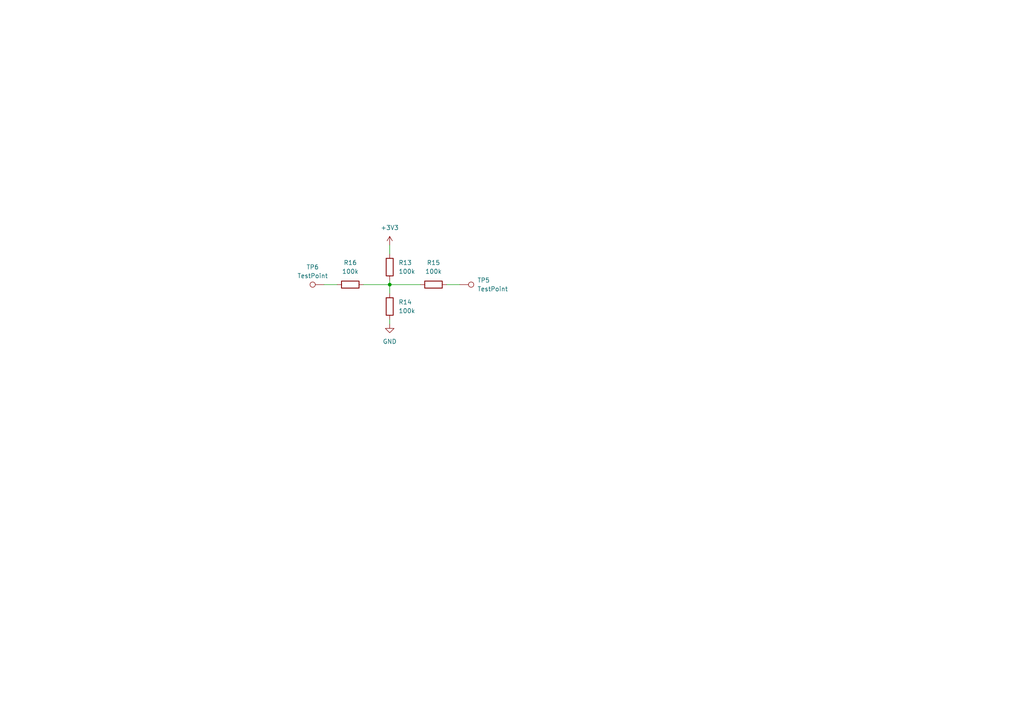
<source format=kicad_sch>
(kicad_sch (version 20250114) (generator "eeschema") (generator_version "9.0")
  (paper "A4")
  (lib_symbols
    (symbol "test_project:TestPoint" (pin_numbers (hide yes)) (pin_names (offset 0.762) (hide yes))
      (property "Reference" "TP" (at 0 6.858 0))
      (property "Value" "TestPoint" (at 0 5.08 0))
      (symbol "TestPoint_0_1"
        (circle (center 0 3.302) (radius 0.762))
      )
      (symbol "TestPoint_1_1"
        (pin passive line (at 0 0 90) (length 2.54) (name "1") (number "1"))
      )
    )
    (symbol "test_project:R" (pin_numbers (hide yes)) (pin_names (offset 0))
      (property "Reference" "R" (at 2.032 0 90))
      (property "Value" "R" (at 0 0 90))
      (symbol "R_0_1"
        (rectangle (start -1.016 -2.54) (end 1.016 2.54) (stroke (width 0.254)))
      )
      (symbol "R_1_1"
        (pin passive line (at 0 3.81 270) (length 1.27) (name "~") (number "1"))
        (pin passive line (at 0 -3.81 90) (length 1.27) (name "~") (number "2"))
      )
    )
    (symbol "test_project:+3V3" (power) (pin_numbers (hide yes)) (pin_names (offset 0) (hide yes))
      (property "Value" "+3V3" (at 0 3.556 0))
      (symbol "+3V3_0_1"
        (polyline (pts (xy -0.762 1.27) (xy 0 2.54)))
        (polyline (pts (xy 0 2.54) (xy 0.762 1.27)))
        (polyline (pts (xy 0 0) (xy 0 2.54)))
      )
      (symbol "+3V3_1_1"
        (pin power_in line (at 0 0 90) (length 0) (name "~") (number "1"))
      )
    )
    (symbol "test_project:GND" (power) (pin_numbers (hide yes)) (pin_names (offset 0) (hide yes))
      (property "Value" "GND" (at 0 -3.81 0))
      (symbol "GND_0_1"
        (polyline (pts (xy 0 0) (xy 0 -1.27) (xy 1.27 -1.27) (xy 0 -2.54) (xy -1.27 -1.27) (xy 0 -1.27)))
      )
      (symbol "GND_1_1"
        (pin power_in line (at 0 0 270) (length 0) (name "~") (number "1"))
      )
    )
  )
  (junction (at 113.03 82.55))
  (wire (pts (xy 113.03 82.55) (xy 113.03 85.09)))
  (wire (pts (xy 93.98 82.55) (xy 97.79 82.55)))
  (wire (pts (xy 113.03 82.55) (xy 121.92 82.55)))
  (wire (pts (xy 113.03 71.12) (xy 113.03 73.66)))
  (wire (pts (xy 113.03 81.28) (xy 113.03 82.55)))
  (wire (pts (xy 113.03 92.71) (xy 113.03 93.98)))
  (wire (pts (xy 133.35 82.55) (xy 129.54 82.55)))
  (wire (pts (xy 105.41 82.55) (xy 113.03 82.55)))
  (symbol (lib_id "test_project:R") (at 125.73 82.55 270) (unit 1)
    (property "Reference" "R15" (at 125.73 76.2 90))
    (property "Value" "100k" (at 125.73 78.74 90))
    (property "Footprint" "test_project-footprints:R_0402_1005Metric" (effects (hide yes)))
    (property "Description" "Resistor" (effects (hide yes)))
    (instances (project "test_project" (path "" (reference "R15") (unit 1)) (path "" (reference "R20") (unit 1))))
  )
  (symbol (lib_id "test_project:R") (at 101.6 82.55 270) (unit 1)
    (property "Reference" "R16" (at 101.6 76.2 90))
    (property "Value" "100k" (at 101.6 78.74 90))
    (property "Footprint" "test_project-footprints:R_0402_1005Metric" (effects (hide yes)))
    (property "Description" "Resistor" (effects (hide yes)))
    (instances (project "test_project" (path "" (reference "R16") (unit 1)) (path "" (reference "R17") (unit 1))))
  )
  (symbol (lib_id "test_project:R") (at 113.03 77.47 180) (unit 1)
    (property "Reference" "R13" (at 115.57 76.1999 0) (effects (justify right)))
    (property "Value" "100k" (at 115.57 78.7399 0) (effects (justify right)))
    (property "Footprint" "test_project-footprints:R_0402_1005Metric" (effects (hide yes)))
    (property "Description" "Resistor" (effects (hide yes)))
    (instances (project "test_project" (path "" (reference "R13") (unit 1)) (path "" (reference "R18") (unit 1))))
  )
  (symbol (lib_id "test_project:TestPoint") (at 133.35 82.55 270) (unit 1)
    (property "Reference" "TP5" (at 138.43 81.2799 90) (effects (justify left)))
    (property "Value" "TestPoint" (at 138.43 83.8199 90) (effects (justify left)))
    (property "Footprint" "test_project-footprints:TestPoint_Pad_D1.0mm" (effects (hide yes)))
    (property "Description" "test point" (effects (hide yes)))
    (instances (project "test_project" (path "" (reference "TP5") (unit 1)) (path "" (reference "TP8") (unit 1))))
  )
  (symbol (lib_id "test_project:GND") (at 113.03 93.98 0) (unit 1)
    (property "Reference" "#PWR055" (effects (hide yes)))
    (property "Value" "GND" (at 113.03 99.06 0))
    (property "Description" "Power symbol creates a global label with name \"GND\" , ground" (effects (hide yes)))
    (instances (project "test_project" (path "" (reference "#PWR055") (unit 1)) (path "" (reference "#PWR057") (unit 1))))
  )
  (symbol (lib_id "test_project:R") (at 113.03 88.9 180) (unit 1)
    (property "Reference" "R14" (at 115.57 87.6299 0) (effects (justify right)))
    (property "Value" "100k" (at 115.57 90.1699 0) (effects (justify right)))
    (property "Footprint" "test_project-footprints:R_0402_1005Metric" (effects (hide yes)))
    (property "Description" "Resistor" (effects (hide yes)))
    (instances (project "test_project" (path "" (reference "R14") (unit 1)) (path "" (reference "R19") (unit 1))))
  )
  (symbol (lib_id "test_project:TestPoint") (at 93.98 82.55 90) (unit 1)
    (property "Reference" "TP6" (at 90.678 77.47 90))
    (property "Value" "TestPoint" (at 90.678 80.01 90))
    (property "Footprint" "test_project-footprints:TestPoint_Pad_D1.0mm" (effects (hide yes)))
    (property "Description" "test point" (effects (hide yes)))
    (instances (project "test_project" (path "" (reference "TP6") (unit 1)) (path "" (reference "TP7") (unit 1))))
  )
  (symbol (lib_id "test_project:+3V3") (at 113.03 71.12 0) (unit 1)
    (property "Reference" "#PWR054" (effects (hide yes)))
    (property "Value" "+3V3" (at 113.03 66.04 0))
    (property "Description" "Power symbol creates a global label with name \"+3V3\"" (effects (hide yes)))
    (instances (project "test_project" (path "" (reference "#PWR054") (unit 1)) (path "" (reference "#PWR056") (unit 1))))
  )
)
</source>
